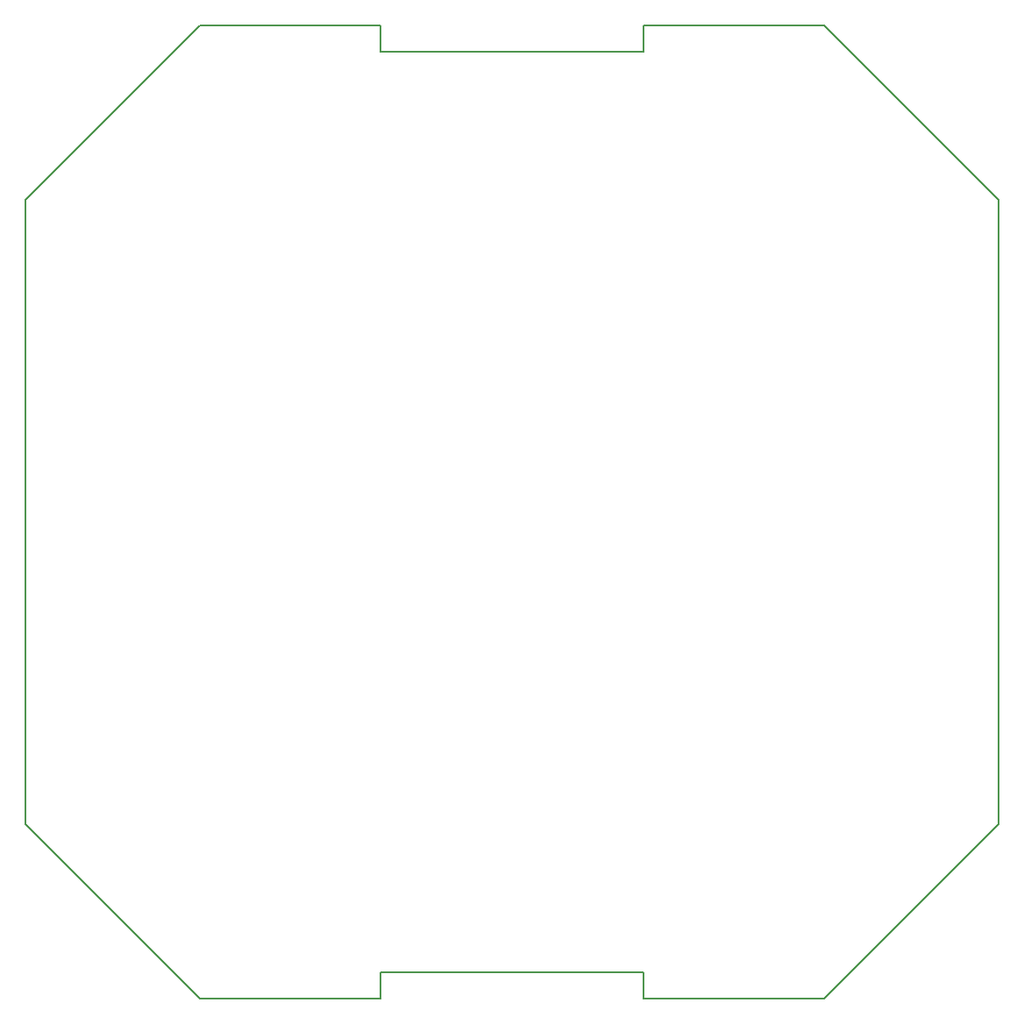
<source format=gm1>
G04 #@! TF.FileFunction,Profile,NP*
%FSLAX46Y46*%
G04 Gerber Fmt 4.6, Leading zero omitted, Abs format (unit mm)*
G04 Created by KiCad (PCBNEW 4.0.6) date 12/07/17 21:07:42*
%MOMM*%
%LPD*%
G01*
G04 APERTURE LIST*
%ADD10C,0.100000*%
%ADD11C,0.200000*%
G04 APERTURE END LIST*
D10*
D11*
X139700300Y-54608200D02*
X157162800Y-54608200D01*
X139700300Y-148588200D02*
X157162800Y-148588200D01*
X80010300Y-71435700D02*
X80010300Y-131760700D01*
X96837800Y-148588200D02*
X114300300Y-148588200D01*
X139700300Y-146048200D02*
X139700300Y-148588200D01*
X114300300Y-146048200D02*
X114300300Y-148588200D01*
X139700300Y-54608200D02*
X139700300Y-57148200D01*
X114300300Y-54608200D02*
X114300300Y-57148200D01*
X114300300Y-146048200D02*
X139700300Y-146048200D01*
X114300300Y-57148200D02*
X139700300Y-57148200D01*
X157162800Y-148588200D02*
X173990300Y-131760700D01*
X80010300Y-131760700D02*
X96837800Y-148588200D01*
X173990300Y-71435700D02*
X173990300Y-131760700D01*
X157162800Y-54608200D02*
X173990300Y-71435700D01*
X80010300Y-71435700D02*
X96837800Y-54608200D01*
X96837800Y-54608200D02*
X114300300Y-54608200D01*
M02*

</source>
